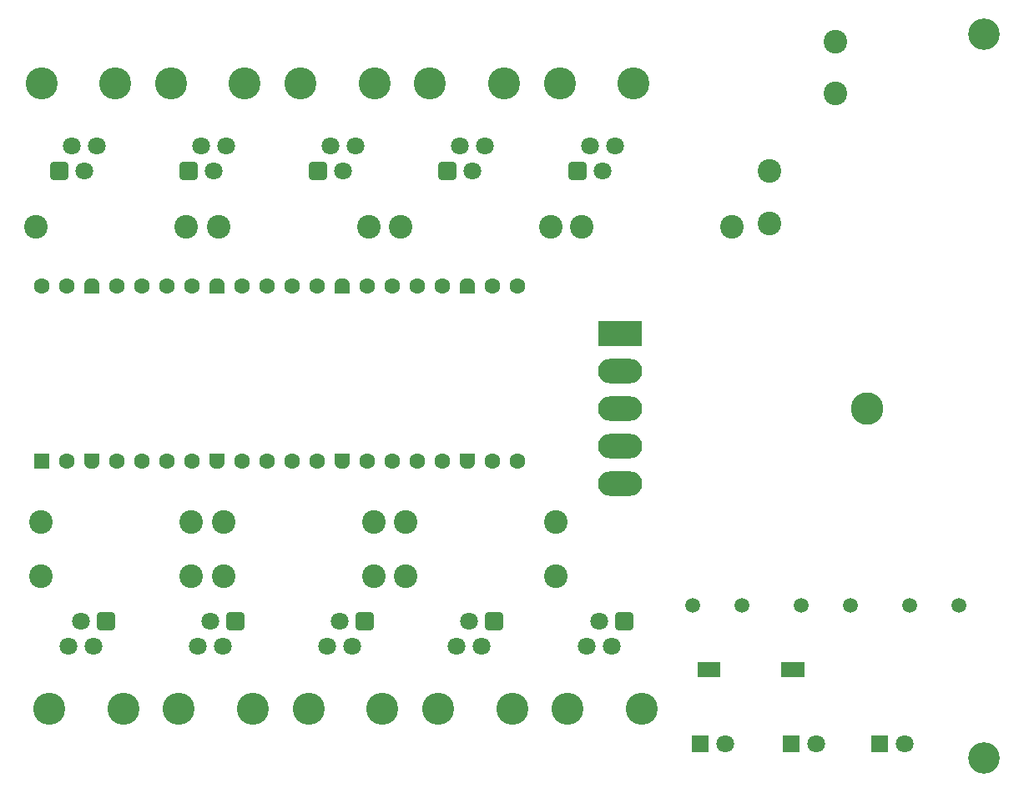
<source format=gbr>
%TF.GenerationSoftware,KiCad,Pcbnew,9.0.6-9.0.6~ubuntu25.04.1*%
%TF.CreationDate,2025-12-30T14:46:32-08:00*%
%TF.ProjectId,buzzer-pcb,62757a7a-6572-42d7-9063-622e6b696361,0*%
%TF.SameCoordinates,Original*%
%TF.FileFunction,Soldermask,Top*%
%TF.FilePolarity,Negative*%
%FSLAX46Y46*%
G04 Gerber Fmt 4.6, Leading zero omitted, Abs format (unit mm)*
G04 Created by KiCad (PCBNEW 9.0.6-9.0.6~ubuntu25.04.1) date 2025-12-30 14:46:32*
%MOMM*%
%LPD*%
G01*
G04 APERTURE LIST*
G04 Aperture macros list*
%AMRoundRect*
0 Rectangle with rounded corners*
0 $1 Rounding radius*
0 $2 $3 $4 $5 $6 $7 $8 $9 X,Y pos of 4 corners*
0 Add a 4 corners polygon primitive as box body*
4,1,4,$2,$3,$4,$5,$6,$7,$8,$9,$2,$3,0*
0 Add four circle primitives for the rounded corners*
1,1,$1+$1,$2,$3*
1,1,$1+$1,$4,$5*
1,1,$1+$1,$6,$7*
1,1,$1+$1,$8,$9*
0 Add four rect primitives between the rounded corners*
20,1,$1+$1,$2,$3,$4,$5,0*
20,1,$1+$1,$4,$5,$6,$7,0*
20,1,$1+$1,$6,$7,$8,$9,0*
20,1,$1+$1,$8,$9,$2,$3,0*%
%AMFreePoly0*
4,1,37,0.603843,0.796157,0.639018,0.796157,0.711114,0.766294,0.766294,0.711114,0.796157,0.639018,0.796157,0.603843,0.800000,0.600000,0.800000,-0.600000,0.796157,-0.603843,0.796157,-0.639018,0.766294,-0.711114,0.711114,-0.766294,0.639018,-0.796157,0.603843,-0.796157,0.600000,-0.800000,0.000000,-0.800000,0.000000,-0.796148,-0.078414,-0.796148,-0.232228,-0.765552,-0.377117,-0.705537,
-0.507515,-0.618408,-0.618408,-0.507515,-0.705537,-0.377117,-0.765552,-0.232228,-0.796148,-0.078414,-0.796148,0.078414,-0.765552,0.232228,-0.705537,0.377117,-0.618408,0.507515,-0.507515,0.618408,-0.377117,0.705537,-0.232228,0.765552,-0.078414,0.796148,0.000000,0.796148,0.000000,0.800000,0.600000,0.800000,0.603843,0.796157,0.603843,0.796157,$1*%
%AMFreePoly1*
4,1,37,0.000000,0.796148,0.078414,0.796148,0.232228,0.765552,0.377117,0.705537,0.507515,0.618408,0.618408,0.507515,0.705537,0.377117,0.765552,0.232228,0.796148,0.078414,0.796148,-0.078414,0.765552,-0.232228,0.705537,-0.377117,0.618408,-0.507515,0.507515,-0.618408,0.377117,-0.705537,0.232228,-0.765552,0.078414,-0.796148,0.000000,-0.796148,0.000000,-0.800000,-0.600000,-0.800000,
-0.603843,-0.796157,-0.639018,-0.796157,-0.711114,-0.766294,-0.766294,-0.711114,-0.796157,-0.639018,-0.796157,-0.603843,-0.800000,-0.600000,-0.800000,0.600000,-0.796157,0.603843,-0.796157,0.639018,-0.766294,0.711114,-0.711114,0.766294,-0.639018,0.796157,-0.603843,0.796157,-0.600000,0.800000,0.000000,0.800000,0.000000,0.796148,0.000000,0.796148,$1*%
G04 Aperture macros list end*
%ADD10C,2.400000*%
%ADD11C,3.300000*%
%ADD12R,4.500000X2.500000*%
%ADD13O,4.500000X2.500000*%
%ADD14C,3.250000*%
%ADD15RoundRect,0.250000X0.650000X0.650000X-0.650000X0.650000X-0.650000X-0.650000X0.650000X-0.650000X0*%
%ADD16C,1.800000*%
%ADD17C,1.512000*%
%ADD18R,1.800000X1.800000*%
%ADD19R,1.000000X1.500000*%
%ADD20RoundRect,0.250000X-0.650000X-0.650000X0.650000X-0.650000X0.650000X0.650000X-0.650000X0.650000X0*%
%ADD21RoundRect,0.200000X0.600000X-0.600000X0.600000X0.600000X-0.600000X0.600000X-0.600000X-0.600000X0*%
%ADD22C,1.600000*%
%ADD23FreePoly0,90.000000*%
%ADD24FreePoly1,90.000000*%
%ADD25C,3.200000*%
G04 APERTURE END LIST*
%TO.C,JP1*%
G36*
X81800000Y-80250000D02*
G01*
X81500000Y-80250000D01*
X81500000Y-78750000D01*
X81800000Y-78750000D01*
X81800000Y-80250000D01*
G37*
%TO.C,JP2*%
G36*
X90000000Y-78750000D02*
G01*
X90300000Y-78750000D01*
X90300000Y-80250000D01*
X90000000Y-80250000D01*
X90000000Y-78750000D01*
G37*
%TD*%
D10*
%TO.C,R2*%
X47620000Y-64500000D03*
X32380000Y-64500000D03*
%TD*%
D11*
%TO.C,U1*%
X97665000Y-53000000D03*
D12*
X72585000Y-45380000D03*
D13*
X72585000Y-49190000D03*
X72585000Y-53000000D03*
X72585000Y-56810000D03*
X72585000Y-60620000D03*
%TD*%
D14*
%TO.C,J8*%
X47700000Y-20000000D03*
X40200000Y-20000000D03*
D15*
X41980000Y-28890000D03*
D16*
X43250000Y-26350000D03*
X44520000Y-28890000D03*
X45790000Y-26350000D03*
%TD*%
D10*
%TO.C,R10*%
X28620000Y-34500000D03*
X13380000Y-34500000D03*
%TD*%
D17*
%TO.C,C1*%
X80000000Y-73000000D03*
X85000000Y-73000000D03*
%TD*%
D18*
%TO.C,Status2*%
X98960000Y-87000000D03*
D16*
X101500000Y-87000000D03*
%TD*%
D10*
%TO.C,Clear1*%
X94500000Y-21000000D03*
X94500000Y-15700000D03*
%TD*%
D19*
%TO.C,JP1*%
X82300000Y-79500000D03*
X81000000Y-79500000D03*
%TD*%
D10*
%TO.C,R8*%
X50380000Y-34500000D03*
X65620000Y-34500000D03*
%TD*%
D14*
%TO.C,J6*%
X74000000Y-20000000D03*
X66500000Y-20000000D03*
D15*
X68280000Y-28890000D03*
D16*
X69550000Y-26350000D03*
X70820000Y-28890000D03*
X72090000Y-26350000D03*
%TD*%
D14*
%TO.C,J4*%
X54150000Y-83500000D03*
X61650000Y-83500000D03*
D20*
X59870000Y-74610000D03*
D16*
X58600000Y-77150000D03*
X57330000Y-74610000D03*
X56060000Y-77150000D03*
%TD*%
D14*
%TO.C,J7*%
X60850000Y-20000000D03*
X53350000Y-20000000D03*
D15*
X55130000Y-28890000D03*
D16*
X56400000Y-26350000D03*
X57670000Y-28890000D03*
X58940000Y-26350000D03*
%TD*%
D19*
%TO.C,JP2*%
X89500000Y-79500000D03*
X90800000Y-79500000D03*
%TD*%
D17*
%TO.C,C3*%
X102000000Y-73000000D03*
X107000000Y-73000000D03*
%TD*%
D18*
%TO.C,ModBuzzLED1*%
X80725000Y-87000000D03*
D16*
X83265000Y-87000000D03*
%TD*%
D14*
%TO.C,J5*%
X67300000Y-83500000D03*
X74800000Y-83500000D03*
D20*
X73020000Y-74610000D03*
D16*
X71750000Y-77150000D03*
X70480000Y-74610000D03*
X69210000Y-77150000D03*
%TD*%
D10*
%TO.C,R3*%
X66120000Y-64500000D03*
X50880000Y-64500000D03*
%TD*%
%TO.C,R6*%
X84000000Y-34500000D03*
X68760000Y-34500000D03*
%TD*%
%TO.C,R7*%
X31880000Y-34500000D03*
X47120000Y-34500000D03*
%TD*%
D14*
%TO.C,J9*%
X34550000Y-20000000D03*
X27050000Y-20000000D03*
D15*
X28830000Y-28890000D03*
D16*
X30100000Y-26350000D03*
X31370000Y-28890000D03*
X32640000Y-26350000D03*
%TD*%
D10*
%TO.C,ModBuzz1*%
X87750000Y-28850000D03*
X87750000Y-34150000D03*
%TD*%
D14*
%TO.C,J3*%
X41000000Y-83500000D03*
X48500000Y-83500000D03*
D20*
X46720000Y-74610000D03*
D16*
X45450000Y-77150000D03*
X44180000Y-74610000D03*
X42910000Y-77150000D03*
%TD*%
D18*
%TO.C,Status1*%
X89960000Y-87000000D03*
D16*
X92500000Y-87000000D03*
%TD*%
D14*
%TO.C,J2*%
X27850000Y-83500000D03*
X35350000Y-83500000D03*
D20*
X33570000Y-74610000D03*
D16*
X32300000Y-77150000D03*
X31030000Y-74610000D03*
X29760000Y-77150000D03*
%TD*%
D10*
%TO.C,R4*%
X13880000Y-70000000D03*
X29120000Y-70000000D03*
%TD*%
D14*
%TO.C,J1*%
X14700000Y-83500000D03*
X22200000Y-83500000D03*
D20*
X20420000Y-74610000D03*
D16*
X19150000Y-77150000D03*
X17880000Y-74610000D03*
X16610000Y-77150000D03*
%TD*%
D10*
%TO.C,R1*%
X29120000Y-64500000D03*
X13880000Y-64500000D03*
%TD*%
D17*
%TO.C,C2*%
X91000000Y-73000000D03*
X96000000Y-73000000D03*
%TD*%
D14*
%TO.C,J10*%
X21400000Y-20000000D03*
X13900000Y-20000000D03*
D15*
X15680000Y-28890000D03*
D16*
X16950000Y-26350000D03*
X18220000Y-28890000D03*
X19490000Y-26350000D03*
%TD*%
D10*
%TO.C,R5*%
X47620000Y-70000000D03*
X32380000Y-70000000D03*
%TD*%
D21*
%TO.C,A1*%
X13980000Y-58280000D03*
D22*
X16520000Y-58280000D03*
D23*
X19060000Y-58280000D03*
D22*
X21600000Y-58280000D03*
X24140000Y-58280000D03*
X26680000Y-58280000D03*
X29220000Y-58280000D03*
D23*
X31760000Y-58280000D03*
D22*
X34300000Y-58280000D03*
X36840000Y-58280000D03*
X39380000Y-58280000D03*
X41920000Y-58280000D03*
D23*
X44460000Y-58280000D03*
D22*
X47000000Y-58280000D03*
X49540000Y-58280000D03*
X52080000Y-58280000D03*
X54620000Y-58280000D03*
D23*
X57160000Y-58280000D03*
D22*
X59700000Y-58280000D03*
X62240000Y-58280000D03*
X62240000Y-40500000D03*
X59700000Y-40500000D03*
D24*
X57160000Y-40500000D03*
D22*
X54620000Y-40500000D03*
X52080000Y-40500000D03*
X49540000Y-40500000D03*
X47000000Y-40500000D03*
D24*
X44460000Y-40500000D03*
D22*
X41920000Y-40500000D03*
X39380000Y-40500000D03*
X36840000Y-40500000D03*
X34300000Y-40500000D03*
D24*
X31760000Y-40500000D03*
D22*
X29220000Y-40500000D03*
X26680000Y-40500000D03*
X24140000Y-40500000D03*
X21600000Y-40500000D03*
D24*
X19060000Y-40500000D03*
D22*
X16520000Y-40500000D03*
X13980000Y-40500000D03*
%TD*%
D10*
%TO.C,R9*%
X50880000Y-70000000D03*
X66120000Y-70000000D03*
%TD*%
D25*
%TO.C,H1*%
X109500000Y-88500000D03*
%TD*%
%TO.C,H2*%
X109500000Y-15000000D03*
%TD*%
M02*

</source>
